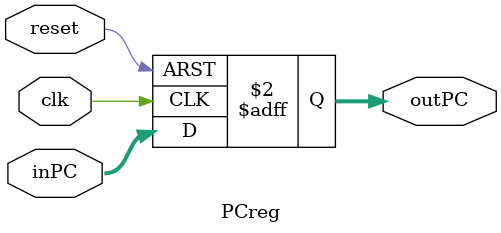
<source format=sv>
module PCreg #	(	parameter WIDTH = 8)
					(	input logic clk, reset,
						input logic [WIDTH-1:0] inPC,
						output logic [WIDTH-1:0] outPC);
	
always_ff @(posedge clk, posedge reset)
	if (reset) outPC <= 0;
	else outPC <= inPC;
	
endmodule
</source>
